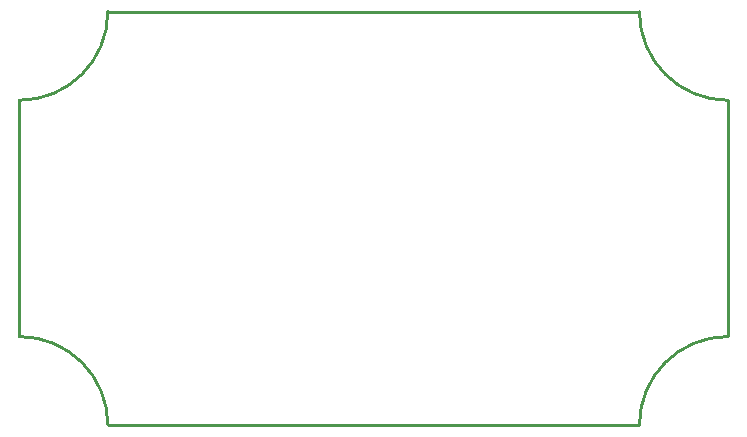
<source format=gko>
G04 Layer_Color=16711935*
%FSTAX24Y24*%
%MOIN*%
G70*
G01*
G75*
%ADD23C,0.0100*%
D23*
X047653Y0105D02*
G03*
X0447Y013453I-002953J0D01*
G01*
X068322D02*
G03*
X065369Y0105I0J-002953D01*
G01*
Y02428D02*
G03*
X068322Y021327I002953J0D01*
G01*
X0447D02*
G03*
X047653Y02428I0J002953D01*
G01*
X0447Y013453D02*
Y021327D01*
X047653Y02428D02*
X065369D01*
X068322Y013453D02*
Y021327D01*
X047653Y0105D02*
X065369D01*
M02*

</source>
